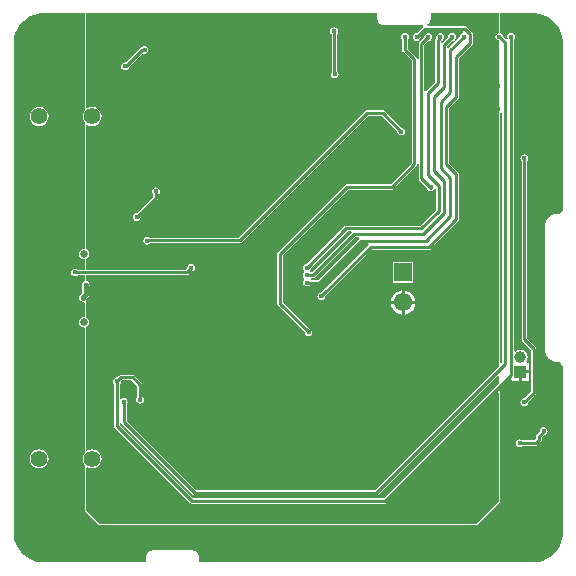
<source format=gbl>
G04*
G04 #@! TF.GenerationSoftware,Altium Limited,Altium Designer,20.1.14 (287)*
G04*
G04 Layer_Physical_Order=2*
G04 Layer_Color=16711680*
%FSLAX44Y44*%
%MOMM*%
G71*
G04*
G04 #@! TF.SameCoordinates,D1A4AC06-9C69-4D29-80E8-20607C734ED5*
G04*
G04*
G04 #@! TF.FilePolarity,Positive*
G04*
G01*
G75*
%ADD17C,0.2540*%
%ADD27C,1.0000*%
%ADD75C,0.3810*%
%ADD76R,1.0000X1.0000*%
%ADD77C,1.4000*%
%ADD78C,0.6500*%
%ADD79R,1.5500X1.5500*%
%ADD80C,1.5500*%
%ADD81C,0.4500*%
G36*
X686308Y723827D02*
X685542Y723674D01*
X684461Y722953D01*
X683739Y721872D01*
X683486Y720598D01*
X683739Y719324D01*
X684461Y718243D01*
X685542Y717522D01*
X686308Y717369D01*
Y441446D01*
X581711Y336849D01*
X429717D01*
X371139Y395427D01*
Y408855D01*
X371163Y408871D01*
X371884Y409952D01*
X372138Y411226D01*
X371884Y412500D01*
X371163Y413581D01*
X370082Y414302D01*
X368808Y414556D01*
X367534Y414302D01*
X366567Y413656D01*
X366023Y413787D01*
X365297Y414136D01*
Y426381D01*
X365321Y426397D01*
X366043Y427478D01*
X366296Y428752D01*
X366290Y428780D01*
X367219Y429709D01*
X375223D01*
X379818Y425114D01*
Y415087D01*
X379448Y414532D01*
X379194Y413258D01*
X379448Y411984D01*
X380169Y410903D01*
X381250Y410182D01*
X382524Y409928D01*
X383798Y410182D01*
X384879Y410903D01*
X385601Y411984D01*
X385854Y413258D01*
X385601Y414532D01*
X384879Y415613D01*
X384480Y415879D01*
Y426079D01*
X384302Y426971D01*
X383797Y427727D01*
X377836Y433688D01*
X377080Y434193D01*
X376188Y434371D01*
X366254D01*
X365362Y434193D01*
X364606Y433688D01*
X362994Y432076D01*
X362966Y432082D01*
X361692Y431828D01*
X360611Y431107D01*
X359889Y430026D01*
X359636Y428752D01*
X359889Y427478D01*
X360611Y426397D01*
X360635Y426381D01*
Y390652D01*
X360813Y389760D01*
X361318Y389004D01*
X424456Y325865D01*
X425213Y325360D01*
X426105Y325183D01*
X589681D01*
X590573Y325360D01*
X591329Y325865D01*
X685135Y419671D01*
X686308Y419185D01*
Y327361D01*
X666924Y307848D01*
X590914D01*
X590503Y307930D01*
X590091Y307848D01*
X348586D01*
X337296Y319138D01*
X336804D01*
Y355692D01*
X337943Y356254D01*
X337989Y356218D01*
X339939Y355410D01*
X342032Y355135D01*
X344125Y355410D01*
X346075Y356218D01*
X347749Y357503D01*
X349034Y359177D01*
X349842Y361127D01*
X350117Y363220D01*
X349842Y365313D01*
X349034Y367263D01*
X347749Y368937D01*
X346075Y370222D01*
X344125Y371030D01*
X342032Y371305D01*
X339939Y371030D01*
X337989Y370222D01*
X337943Y370186D01*
X336804Y370748D01*
Y474800D01*
X336945Y474827D01*
X338356Y475770D01*
X339299Y477182D01*
X339630Y478846D01*
X339299Y480510D01*
X338356Y481922D01*
X336945Y482864D01*
X336804Y482892D01*
Y497921D01*
X337086Y498344D01*
X337167Y498750D01*
X338632Y500215D01*
X339278Y501181D01*
X339505Y502321D01*
Y508829D01*
X339627Y509012D01*
X339880Y510286D01*
X339627Y511560D01*
X338905Y512641D01*
X337824Y513363D01*
X336804Y513565D01*
Y518680D01*
X421950D01*
X422842Y518857D01*
X423599Y519362D01*
X426067Y521831D01*
X427141Y522044D01*
X428222Y522766D01*
X428944Y523847D01*
X429197Y525121D01*
X428944Y526395D01*
X428222Y527476D01*
X427141Y528197D01*
X425867Y528451D01*
X424593Y528197D01*
X423512Y527476D01*
X422791Y526395D01*
X422537Y525121D01*
X422575Y524931D01*
X420985Y523341D01*
X336804D01*
Y532600D01*
X336945Y532627D01*
X338356Y533570D01*
X339299Y534981D01*
X339630Y536646D01*
X339299Y538311D01*
X338356Y539722D01*
X336945Y540664D01*
X336804Y540692D01*
Y645506D01*
X337943Y646068D01*
X337989Y646032D01*
X339939Y645224D01*
X342032Y644949D01*
X344125Y645224D01*
X346075Y646032D01*
X347749Y647317D01*
X349034Y648991D01*
X349842Y650941D01*
X350117Y653034D01*
X349842Y655127D01*
X349034Y657077D01*
X347749Y658751D01*
X346075Y660036D01*
X344125Y660844D01*
X342032Y661119D01*
X339939Y660844D01*
X337989Y660036D01*
X337943Y660000D01*
X336804Y660562D01*
Y740410D01*
X583410D01*
Y735500D01*
X583435Y735374D01*
X583423Y735246D01*
X583471Y734759D01*
X583581Y734395D01*
X583656Y734021D01*
X584029Y733120D01*
X584590Y732280D01*
X584590Y732280D01*
X585280Y731590D01*
X586120Y731029D01*
X587021Y730656D01*
X587394Y730581D01*
X587758Y730471D01*
X588246Y730423D01*
X588374Y730435D01*
X588500Y730410D01*
X621864D01*
X622249Y729140D01*
X622137Y729066D01*
X616740Y723668D01*
X616712Y723674D01*
X615438Y723420D01*
X614357Y722699D01*
X613635Y721618D01*
X613382Y720344D01*
X613635Y719070D01*
X614357Y717989D01*
X615438Y717268D01*
X616712Y717014D01*
X617986Y717268D01*
X619067Y717989D01*
X619789Y719070D01*
X620042Y720344D01*
X620036Y720372D01*
X624751Y725087D01*
X655529D01*
X655673Y725013D01*
X655794Y724810D01*
X655316Y723420D01*
X654235Y722699D01*
X653513Y721618D01*
X653260Y720344D01*
X653266Y720316D01*
X643681Y710731D01*
X642999Y710859D01*
X642411Y711200D01*
Y712775D01*
X646656Y717020D01*
X646684Y717014D01*
X647958Y717268D01*
X649039Y717989D01*
X649761Y719070D01*
X650014Y720344D01*
X649761Y721618D01*
X649039Y722699D01*
X647958Y723420D01*
X646684Y723674D01*
X645410Y723420D01*
X644329Y722699D01*
X643607Y721618D01*
X643354Y720344D01*
X643360Y720316D01*
X638432Y715388D01*
X638349Y715264D01*
X637219Y715606D01*
X637090Y716829D01*
X637398Y717137D01*
X638052Y717268D01*
X639133Y717989D01*
X639855Y719070D01*
X640108Y720344D01*
X639855Y721618D01*
X639133Y722699D01*
X638052Y723420D01*
X636778Y723674D01*
X635504Y723420D01*
X634423Y722699D01*
X633702Y721618D01*
X633448Y720344D01*
X633542Y719874D01*
X633100Y719432D01*
X632595Y718676D01*
X632417Y717784D01*
Y682496D01*
X624574Y674653D01*
X624377Y674358D01*
X623107Y674743D01*
Y713537D01*
X626590Y717020D01*
X626618Y717014D01*
X627892Y717268D01*
X628973Y717989D01*
X629695Y719070D01*
X629948Y720344D01*
X629695Y721618D01*
X628973Y722699D01*
X627892Y723420D01*
X626618Y723674D01*
X625344Y723420D01*
X624263Y722699D01*
X623541Y721618D01*
X623288Y720344D01*
X623294Y720316D01*
X619128Y716150D01*
X618623Y715394D01*
X618445Y714502D01*
Y701558D01*
X617189Y701524D01*
X617012Y702416D01*
X616507Y703172D01*
X609137Y710542D01*
Y717973D01*
X609161Y717989D01*
X609883Y719070D01*
X610136Y720344D01*
X609883Y721618D01*
X609161Y722699D01*
X608080Y723420D01*
X606806Y723674D01*
X605532Y723420D01*
X604451Y722699D01*
X603730Y721618D01*
X603476Y720344D01*
X603730Y719070D01*
X604451Y717989D01*
X604475Y717973D01*
Y709576D01*
X604653Y708684D01*
X605158Y707928D01*
X612528Y700558D01*
Y613577D01*
X594708Y595757D01*
X557763D01*
X556871Y595580D01*
X556115Y595075D01*
X499299Y538259D01*
X498794Y537503D01*
X498616Y536611D01*
Y494651D01*
X498794Y493759D01*
X499299Y493003D01*
X521911Y470391D01*
X521869Y470180D01*
X522123Y468906D01*
X522845Y467826D01*
X523925Y467104D01*
X525199Y466850D01*
X526473Y467104D01*
X527554Y467826D01*
X528276Y468906D01*
X528529Y470180D01*
X528276Y471455D01*
X527554Y472535D01*
X526473Y473257D01*
X525430Y473464D01*
X503278Y495616D01*
Y535645D01*
X558728Y591096D01*
X595673D01*
X596565Y591273D01*
X597322Y591778D01*
X616507Y610963D01*
X617012Y611719D01*
X617189Y612611D01*
X618445Y612578D01*
Y600710D01*
X618623Y599818D01*
X619128Y599062D01*
X625438Y592752D01*
X625643Y591721D01*
X626365Y590641D01*
X627445Y589919D01*
X628719Y589666D01*
X629993Y589919D01*
X631074Y590641D01*
X631653Y591508D01*
X632633Y591406D01*
X632923Y591297D01*
Y574243D01*
X619303Y560623D01*
X557276D01*
X556384Y560445D01*
X555628Y559940D01*
X524030Y528342D01*
X524002Y528348D01*
X522728Y528094D01*
X521647Y527373D01*
X520925Y526292D01*
X520672Y525018D01*
X520925Y523744D01*
X521647Y522663D01*
X521732Y522607D01*
Y521079D01*
X521647Y521023D01*
X520925Y519942D01*
X520672Y518668D01*
X520925Y517394D01*
X521647Y516313D01*
X521614Y514809D01*
X521564Y514775D01*
X520842Y513695D01*
X520588Y512421D01*
X520842Y511146D01*
X521564Y510066D01*
X522644Y509344D01*
X523918Y509091D01*
X525193Y509344D01*
X526155Y509987D01*
X534162D01*
X535054Y510165D01*
X535810Y510670D01*
X570687Y545547D01*
X575893D01*
X576278Y544277D01*
X576151Y544192D01*
X536114Y504155D01*
X536086Y504161D01*
X534812Y503907D01*
X533731Y503186D01*
X533009Y502105D01*
X532756Y500831D01*
X533009Y499557D01*
X533731Y498476D01*
X534812Y497754D01*
X536086Y497501D01*
X537360Y497754D01*
X538441Y498476D01*
X539162Y499557D01*
X539416Y500831D01*
X539410Y500859D01*
X578764Y540213D01*
X626872D01*
X627764Y540391D01*
X628520Y540896D01*
X651888Y564264D01*
X652393Y565020D01*
X652571Y565912D01*
Y604621D01*
X652393Y605513D01*
X651888Y606269D01*
X644285Y613872D01*
Y659912D01*
X651888Y667515D01*
X652393Y668271D01*
X652571Y669163D01*
Y702615D01*
X663826Y713870D01*
X664331Y714626D01*
X664509Y715518D01*
Y722814D01*
X664331Y723706D01*
X663826Y724462D01*
X659223Y729066D01*
X658467Y729571D01*
X657575Y729748D01*
X626107D01*
X625855Y731018D01*
X625880Y731029D01*
X626720Y731590D01*
X626720Y731590D01*
X627410Y732280D01*
X627971Y733120D01*
X628344Y734021D01*
X628419Y734394D01*
X628529Y734758D01*
X628577Y735246D01*
X628565Y735374D01*
X628590Y735500D01*
Y740410D01*
X686308D01*
Y723827D01*
D02*
G37*
G36*
X720370Y739984D02*
X723524Y739139D01*
X726541Y737889D01*
X729369Y736257D01*
X731960Y734269D01*
X734269Y731960D01*
X736257Y729369D01*
X737889Y726541D01*
X739139Y723524D01*
X739984Y720370D01*
X740410Y717133D01*
Y715500D01*
Y575500D01*
X740410Y575016D01*
X740222Y574068D01*
X739852Y573174D01*
X739314Y572370D01*
X738630Y571686D01*
X737826Y571148D01*
X736932Y570778D01*
X735984Y570590D01*
X735500Y570590D01*
X735437Y570577D01*
X735373Y570587D01*
X734638Y570550D01*
X734452Y570504D01*
X734260D01*
X732818Y570217D01*
X732582Y570119D01*
X732332Y570070D01*
X730974Y569507D01*
X730761Y569365D01*
X730526Y569268D01*
X729303Y568451D01*
X729123Y568270D01*
X728911Y568129D01*
X727871Y567089D01*
X727729Y566877D01*
X727549Y566697D01*
X726732Y565474D01*
X726635Y565239D01*
X726493Y565027D01*
X725930Y563668D01*
X725881Y563418D01*
X725783Y563182D01*
X725496Y561740D01*
Y561548D01*
X725450Y561362D01*
X725414Y560627D01*
X725423Y560563D01*
X725410Y560500D01*
Y455500D01*
X725423Y455437D01*
X725414Y455373D01*
X725450Y454638D01*
X725496Y454452D01*
Y454260D01*
X725783Y452818D01*
X725881Y452582D01*
X725930Y452332D01*
X726493Y450974D01*
X726635Y450761D01*
X726732Y450526D01*
X727549Y449303D01*
X727730Y449123D01*
X727871Y448911D01*
X728911Y447871D01*
X729123Y447729D01*
X729303Y447549D01*
X730526Y446732D01*
X730761Y446635D01*
X730974Y446493D01*
X732332Y445930D01*
X732582Y445881D01*
X732818Y445783D01*
X734260Y445496D01*
X734452D01*
X734638Y445450D01*
X735373Y445414D01*
X735437Y445423D01*
X735500Y445410D01*
X735984D01*
X736932Y445222D01*
X737826Y444851D01*
X738630Y444314D01*
X739314Y443630D01*
X739852Y442826D01*
X740222Y441932D01*
X740410Y440984D01*
Y440500D01*
Y300500D01*
Y298867D01*
X739984Y295630D01*
X739139Y292475D01*
X737889Y289459D01*
X736257Y286631D01*
X734269Y284040D01*
X731960Y281731D01*
X729369Y279743D01*
X726541Y278111D01*
X723524Y276861D01*
X720370Y276016D01*
X717133Y275590D01*
X432590D01*
Y280500D01*
X432565Y280626D01*
X432577Y280754D01*
X432529Y281242D01*
X432419Y281606D01*
X432345Y281979D01*
X431971Y282880D01*
X431410Y283720D01*
X431410Y283720D01*
X430720Y284410D01*
X429880Y284971D01*
X428979Y285345D01*
X428606Y285419D01*
X428242Y285529D01*
X427754Y285577D01*
X427626Y285565D01*
X427500Y285590D01*
X392500D01*
X392374Y285565D01*
X392246Y285577D01*
X391758Y285529D01*
X391394Y285419D01*
X391021Y285345D01*
X390120Y284971D01*
X389280Y284410D01*
X389280Y284410D01*
X388590Y283720D01*
X388029Y282880D01*
X387655Y281979D01*
X387581Y281605D01*
X387471Y281241D01*
X387423Y280754D01*
X387435Y280626D01*
X387410Y280500D01*
Y275590D01*
X298867D01*
X295630Y276016D01*
X292475Y276861D01*
X289459Y278111D01*
X286631Y279743D01*
X284040Y281731D01*
X281731Y284040D01*
X279743Y286631D01*
X278111Y289459D01*
X276861Y292475D01*
X276016Y295630D01*
X275590Y298867D01*
Y300500D01*
Y715500D01*
Y717133D01*
X276016Y720370D01*
X276861Y723524D01*
X278111Y726541D01*
X279743Y729369D01*
X281731Y731960D01*
X284040Y734269D01*
X286631Y736257D01*
X289459Y737889D01*
X292475Y739139D01*
X295630Y739984D01*
X298867Y740410D01*
X335704D01*
Y660562D01*
X335775Y660392D01*
X335763Y660209D01*
X335910Y660041D01*
X335932Y660012D01*
X336026Y659784D01*
X336123Y658839D01*
X335987Y658323D01*
X335030Y657077D01*
X334222Y655127D01*
X333947Y653034D01*
X334222Y650941D01*
X335030Y648991D01*
X335987Y647745D01*
X336123Y647229D01*
X336026Y646283D01*
X335932Y646056D01*
X335910Y646027D01*
X335763Y645860D01*
X335775Y645676D01*
X335704Y645506D01*
Y541344D01*
X335280Y540996D01*
X333615Y540664D01*
X332204Y539722D01*
X331261Y538311D01*
X330930Y536646D01*
X331261Y534981D01*
X332204Y533570D01*
X333615Y532627D01*
X335280Y532296D01*
X335704Y531948D01*
Y523341D01*
X329922D01*
X329906Y523365D01*
X328826Y524087D01*
X327551Y524341D01*
X326277Y524087D01*
X325197Y523365D01*
X324475Y522285D01*
X324221Y521011D01*
X324475Y519736D01*
X325197Y518656D01*
X326277Y517934D01*
X327551Y517681D01*
X328826Y517934D01*
X329906Y518656D01*
X329922Y518680D01*
X335704D01*
Y513565D01*
X335634Y513434D01*
X335276Y513363D01*
X334195Y512641D01*
X333474Y511560D01*
X333220Y510286D01*
X333474Y509012D01*
X333548Y508900D01*
Y503555D01*
X332592Y502598D01*
X331655Y501973D01*
X330933Y500892D01*
X330680Y499618D01*
X330933Y498344D01*
X331655Y497263D01*
X332736Y496541D01*
X334010Y496288D01*
X334434Y496372D01*
X335704Y495411D01*
Y483544D01*
X335280Y483196D01*
X333615Y482864D01*
X332204Y481922D01*
X331261Y480510D01*
X330930Y478846D01*
X331261Y477182D01*
X332204Y475770D01*
X333615Y474827D01*
X335280Y474496D01*
X335704Y474148D01*
Y370748D01*
X335775Y370578D01*
X335763Y370395D01*
X335910Y370227D01*
X335932Y370198D01*
X336026Y369970D01*
X336123Y369025D01*
X335987Y368509D01*
X335030Y367263D01*
X334222Y365313D01*
X333947Y363220D01*
X334222Y361127D01*
X335030Y359177D01*
X335987Y357931D01*
X336123Y357415D01*
X336026Y356469D01*
X335932Y356242D01*
X335910Y356213D01*
X335763Y356045D01*
X335775Y355862D01*
X335704Y355692D01*
Y319138D01*
X336026Y318361D01*
X336804Y318039D01*
X336840D01*
X347808Y307070D01*
X348586Y306748D01*
X590091D01*
X590195Y306791D01*
X590306Y306769D01*
X590503Y306809D01*
X590700Y306769D01*
X590810Y306791D01*
X590914Y306748D01*
X666924D01*
X666926Y306749D01*
X666928Y306748D01*
X667313Y306909D01*
X667702Y307070D01*
X667702Y307072D01*
X667704Y307073D01*
X687088Y326586D01*
X687247Y326973D01*
X687408Y327361D01*
Y419185D01*
X687324Y419387D01*
Y419606D01*
X687169Y419761D01*
X687086Y419963D01*
X686683Y421220D01*
X695883Y430419D01*
X697056Y429933D01*
Y429340D01*
X703326D01*
Y436880D01*
X704596D01*
Y438150D01*
X712136D01*
Y444420D01*
X709814D01*
X709232Y445690D01*
X710263Y447233D01*
X710730Y449580D01*
X710263Y451927D01*
X708933Y453917D01*
X706943Y455247D01*
X704596Y455714D01*
X702249Y455247D01*
X700323Y453960D01*
X699669Y454096D01*
X699053Y454283D01*
Y718227D01*
X699077Y718243D01*
X699799Y719324D01*
X700052Y720598D01*
X699799Y721872D01*
X699077Y722953D01*
X697996Y723674D01*
X696722Y723928D01*
X695448Y723674D01*
X694367Y722953D01*
X693645Y721872D01*
X693392Y720598D01*
X693645Y719324D01*
X693757Y719157D01*
X693770Y718736D01*
X693562Y718565D01*
X692263Y718447D01*
X690140Y720570D01*
X690146Y720598D01*
X689893Y721872D01*
X689171Y722953D01*
X688090Y723674D01*
X687418Y723808D01*
X687408Y723827D01*
Y740410D01*
X717133D01*
X720370Y739984D01*
D02*
G37*
G36*
X561681Y555373D02*
X561809Y554691D01*
X528117Y520999D01*
X526373D01*
X526357Y521023D01*
X526272Y521079D01*
Y522607D01*
X526357Y522663D01*
X527079Y523744D01*
X527332Y525018D01*
X527326Y525046D01*
X558241Y555961D01*
X561340D01*
X561681Y555373D01*
D02*
G37*
G36*
X568201Y549611D02*
X568074Y549526D01*
X533197Y514649D01*
X527497D01*
X527094Y515067D01*
X527635Y516337D01*
X529082D01*
X529974Y516515D01*
X530730Y517020D01*
X564591Y550881D01*
X567816D01*
X568201Y549611D01*
D02*
G37*
G36*
X689311Y656366D02*
Y444649D01*
X688640Y444113D01*
X687408Y444659D01*
Y656282D01*
X688041Y656853D01*
X689311Y656366D01*
D02*
G37*
G36*
X686308Y433194D02*
Y427437D01*
X588715Y329844D01*
X427070D01*
X365297Y391618D01*
Y393887D01*
X366567Y394012D01*
X366655Y393570D01*
X367160Y392814D01*
X427104Y332870D01*
X427860Y332365D01*
X428752Y332187D01*
X582676D01*
X583568Y332365D01*
X584324Y332870D01*
X685135Y433680D01*
X686308Y433194D01*
D02*
G37*
%LPC*%
G36*
X386334Y713006D02*
X385060Y712753D01*
X383979Y712031D01*
X383881Y711883D01*
X383611Y711829D01*
X382854Y711324D01*
X370202Y698672D01*
X369841Y698744D01*
X368566Y698490D01*
X367486Y697768D01*
X366764Y696688D01*
X366511Y695414D01*
X366764Y694139D01*
X367486Y693059D01*
X368566Y692337D01*
X369841Y692084D01*
X371115Y692337D01*
X372195Y693059D01*
X372917Y694139D01*
X373079Y694957D01*
X384857Y706735D01*
X385060Y706600D01*
X386334Y706346D01*
X387608Y706600D01*
X388689Y707321D01*
X389411Y708402D01*
X389664Y709676D01*
X389411Y710950D01*
X388689Y712031D01*
X387608Y712753D01*
X386334Y713006D01*
D02*
G37*
G36*
X546862Y728500D02*
X545588Y728247D01*
X544507Y727525D01*
X543786Y726444D01*
X543532Y725170D01*
X543786Y723896D01*
X544507Y722815D01*
X544785Y722630D01*
Y690604D01*
X544294Y689868D01*
X544040Y688594D01*
X544294Y687320D01*
X545015Y686239D01*
X546096Y685518D01*
X547370Y685264D01*
X548644Y685518D01*
X549725Y686239D01*
X550447Y687320D01*
X550700Y688594D01*
X550447Y689868D01*
X549725Y690949D01*
X549447Y691134D01*
Y723160D01*
X549939Y723896D01*
X550192Y725170D01*
X549939Y726444D01*
X549217Y727525D01*
X548136Y728247D01*
X546862Y728500D01*
D02*
G37*
G36*
X587952Y658413D02*
X575056D01*
X574164Y658235D01*
X573408Y657730D01*
X466141Y550463D01*
X390677D01*
X389889Y550989D01*
X388615Y551243D01*
X387340Y550989D01*
X386260Y550268D01*
X385538Y549187D01*
X385285Y547913D01*
X385538Y546639D01*
X386260Y545558D01*
X387340Y544837D01*
X388615Y544583D01*
X389889Y544837D01*
X390969Y545558D01*
X391132Y545801D01*
X467106D01*
X467998Y545979D01*
X468754Y546484D01*
X576021Y653751D01*
X586987D01*
X600419Y640319D01*
X600413Y640291D01*
X600667Y639017D01*
X601388Y637936D01*
X602469Y637215D01*
X603743Y636961D01*
X605017Y637215D01*
X606098Y637936D01*
X606819Y639017D01*
X607073Y640291D01*
X606819Y641565D01*
X606098Y642646D01*
X605017Y643367D01*
X603743Y643621D01*
X603715Y643615D01*
X589600Y657730D01*
X588844Y658235D01*
X587952Y658413D01*
D02*
G37*
G36*
X396020Y593004D02*
X394745Y592751D01*
X393665Y592029D01*
X392943Y590948D01*
X392690Y589674D01*
X392943Y588400D01*
X393314Y587845D01*
Y584754D01*
X379860Y571300D01*
X379832Y571306D01*
X378558Y571052D01*
X377477Y570330D01*
X376755Y569250D01*
X376502Y567976D01*
X376755Y566701D01*
X377477Y565621D01*
X378558Y564899D01*
X379832Y564646D01*
X381106Y564899D01*
X382187Y565621D01*
X382909Y566701D01*
X383162Y567976D01*
X383156Y568004D01*
X397293Y582140D01*
X397798Y582896D01*
X397976Y583788D01*
Y587053D01*
X398374Y587319D01*
X399096Y588400D01*
X399350Y589674D01*
X399096Y590948D01*
X398374Y592029D01*
X397294Y592751D01*
X396020Y593004D01*
D02*
G37*
G36*
X614048Y529720D02*
X596516D01*
Y512188D01*
X614048D01*
Y529720D01*
D02*
G37*
G36*
X606552Y505766D02*
Y496824D01*
X615494D01*
X615307Y498240D01*
X614270Y500743D01*
X612621Y502893D01*
X610471Y504542D01*
X607968Y505579D01*
X606552Y505766D01*
D02*
G37*
G36*
X604012D02*
X602596Y505579D01*
X600093Y504542D01*
X597943Y502893D01*
X596294Y500743D01*
X595257Y498240D01*
X595070Y496824D01*
X604012D01*
Y505766D01*
D02*
G37*
G36*
X615494Y494284D02*
X606552D01*
Y485342D01*
X607968Y485529D01*
X610471Y486566D01*
X612621Y488215D01*
X614270Y490365D01*
X615307Y492868D01*
X615494Y494284D01*
D02*
G37*
G36*
X604012D02*
X595070D01*
X595257Y492868D01*
X596294Y490365D01*
X597943Y488215D01*
X600093Y486566D01*
X602596Y485529D01*
X604012Y485342D01*
Y494284D01*
D02*
G37*
G36*
X297032Y661119D02*
X294939Y660844D01*
X292989Y660036D01*
X291315Y658751D01*
X290030Y657077D01*
X289222Y655127D01*
X288947Y653034D01*
X289222Y650941D01*
X290030Y648991D01*
X291315Y647317D01*
X292989Y646032D01*
X294939Y645224D01*
X297032Y644949D01*
X299125Y645224D01*
X301075Y646032D01*
X302749Y647317D01*
X304034Y648991D01*
X304842Y650941D01*
X305117Y653034D01*
X304842Y655127D01*
X304034Y657077D01*
X302749Y658751D01*
X301075Y660036D01*
X299125Y660844D01*
X297032Y661119D01*
D02*
G37*
G36*
X712136Y435610D02*
X705866D01*
Y429340D01*
X712136D01*
Y435610D01*
D02*
G37*
G36*
X707967Y620964D02*
X706693Y620710D01*
X705612Y619988D01*
X704891Y618908D01*
X704637Y617634D01*
X704891Y616359D01*
X705612Y615279D01*
X705636Y615263D01*
Y464243D01*
X705814Y463351D01*
X706319Y462595D01*
X713441Y455473D01*
Y420065D01*
X707926Y414550D01*
X707898Y414556D01*
X706624Y414302D01*
X705543Y413581D01*
X704821Y412500D01*
X704568Y411226D01*
X704821Y409952D01*
X705543Y408871D01*
X706624Y408149D01*
X707898Y407896D01*
X709172Y408149D01*
X710253Y408871D01*
X710975Y409952D01*
X711228Y411226D01*
X711222Y411254D01*
X717420Y417452D01*
X717925Y418208D01*
X718103Y419100D01*
Y456438D01*
X717925Y457330D01*
X717420Y458086D01*
X710298Y465208D01*
Y615263D01*
X710322Y615279D01*
X711044Y616359D01*
X711297Y617634D01*
X711044Y618908D01*
X710322Y619988D01*
X709241Y620710D01*
X707967Y620964D01*
D02*
G37*
G36*
X724198Y390018D02*
X722924Y389764D01*
X721843Y389043D01*
X721121Y387962D01*
X720868Y386688D01*
X720962Y386217D01*
X718583Y383839D01*
X718077Y383082D01*
X717900Y382190D01*
Y380266D01*
X716393Y378759D01*
X706205D01*
X706189Y378783D01*
X705108Y379505D01*
X703834Y379758D01*
X702560Y379505D01*
X701479Y378783D01*
X700758Y377702D01*
X700504Y376428D01*
X700758Y375154D01*
X701479Y374073D01*
X702560Y373352D01*
X703834Y373098D01*
X705108Y373352D01*
X706189Y374073D01*
X706205Y374097D01*
X717358D01*
X718250Y374275D01*
X719006Y374780D01*
X721879Y377653D01*
X722384Y378409D01*
X722561Y379301D01*
Y381225D01*
X724818Y383481D01*
X725472Y383611D01*
X726553Y384333D01*
X727274Y385414D01*
X727528Y386688D01*
X727274Y387962D01*
X726553Y389043D01*
X725472Y389764D01*
X724198Y390018D01*
D02*
G37*
G36*
X297032Y371305D02*
X294939Y371030D01*
X292989Y370222D01*
X291315Y368937D01*
X290030Y367263D01*
X289222Y365313D01*
X288947Y363220D01*
X289222Y361127D01*
X290030Y359177D01*
X291315Y357503D01*
X292989Y356218D01*
X294939Y355410D01*
X297032Y355135D01*
X299125Y355410D01*
X301075Y356218D01*
X302749Y357503D01*
X304034Y359177D01*
X304842Y361127D01*
X305117Y363220D01*
X304842Y365313D01*
X304034Y367263D01*
X302749Y368937D01*
X301075Y370222D01*
X299125Y371030D01*
X297032Y371305D01*
D02*
G37*
%LPD*%
D17*
X395645Y589195D02*
X396226Y589776D01*
X395645Y583788D02*
Y589195D01*
X379832Y567976D02*
X395645Y583788D01*
X376188Y432040D02*
X382149Y426079D01*
X366254Y432040D02*
X376188D01*
X362966Y428752D02*
X366254Y432040D01*
X384503Y709676D02*
X386334D01*
X370240Y695414D02*
X384503Y709676D01*
X369841Y695414D02*
X370240D01*
X421950Y521011D02*
X425958Y525018D01*
X327551Y521011D02*
X421950D01*
X662178Y715518D02*
Y722814D01*
X623786Y727418D02*
X657575D01*
X662178Y722814D01*
X616712Y720344D02*
X623786Y727418D01*
X500947Y494651D02*
X525199Y470399D01*
Y470180D02*
Y470399D01*
X500947Y494651D02*
Y536611D01*
X557763Y593426D01*
X595673D01*
X614858Y612611D01*
Y701524D01*
X606806Y709576D02*
X614858Y701524D01*
X606806Y709576D02*
Y720344D01*
X587952Y656082D02*
X603743Y640291D01*
X575056Y656082D02*
X587952D01*
X577799Y542544D02*
X626872D01*
X536086Y500831D02*
X577799Y542544D01*
X724198Y386157D02*
Y386688D01*
X720231Y382190D02*
X724198Y386157D01*
X720231Y379301D02*
Y382190D01*
X717358Y376428D02*
X720231Y379301D01*
X703834Y376428D02*
X717358D01*
X634748Y681531D02*
Y717784D01*
X626222Y673005D02*
X634748Y681531D01*
Y717784D02*
X636778Y719814D01*
X641954Y612907D02*
X650240Y604621D01*
X641954Y660877D02*
X650240Y669163D01*
X641954Y612907D02*
Y660877D01*
X636949Y609419D02*
X645160Y601207D01*
X636949Y665651D02*
X645160Y673862D01*
X636949Y609419D02*
Y665651D01*
X631683Y606600D02*
X640080Y598203D01*
X631683Y669656D02*
X640080Y678053D01*
X631683Y606600D02*
Y669656D01*
X626222Y603392D02*
X635254Y594360D01*
X626222Y603392D02*
Y673005D01*
X645160Y568706D02*
Y601207D01*
X650240Y565912D02*
Y604621D01*
X640080Y570992D02*
Y598203D01*
X635254Y573278D02*
Y594360D01*
X650240Y669163D02*
Y703580D01*
X645160Y673862D02*
Y708914D01*
X640080Y678053D02*
Y713740D01*
X620776Y600710D02*
X628650Y592836D01*
X620776Y714502D02*
X626618Y720344D01*
X620776Y600710D02*
Y714502D01*
X686816Y720598D02*
X691642Y715772D01*
X582676Y334518D02*
X691642Y443484D01*
Y715772D01*
X715772Y419100D02*
Y456438D01*
X707898Y411226D02*
X715772Y419100D01*
X707967Y464243D02*
X715772Y456438D01*
X707967Y464243D02*
Y617634D01*
X388620Y548132D02*
X467106D01*
X575056Y656082D01*
X382149Y413633D02*
Y426079D01*
Y413633D02*
X382524Y413258D01*
X426105Y327513D02*
X589681D01*
X362966Y390652D02*
Y428752D01*
Y390652D02*
X426105Y327513D01*
X368808Y394462D02*
Y411226D01*
X523918Y512421D02*
X524021Y512318D01*
X534162D01*
X569722Y547878D01*
X529082Y518668D02*
X563626Y553212D01*
X524002Y518668D02*
X529082D01*
X524002Y525018D02*
X557276Y558292D01*
X620268D02*
X635254Y573278D01*
X626872Y542544D02*
X650240Y565912D01*
X624332Y547878D02*
X645160Y568706D01*
X569722Y547878D02*
X624332D01*
X622300Y553212D02*
X640080Y570992D01*
X563626Y553212D02*
X622300D01*
X650240Y703580D02*
X662178Y715518D01*
X645160Y708914D02*
X656590Y720344D01*
X640080Y713740D02*
X646684Y720344D01*
X636778Y719814D02*
Y720344D01*
X368808Y394462D02*
X428752Y334518D01*
X582676D01*
X589681Y327513D02*
X696722Y434555D01*
Y720598D01*
X557276Y558292D02*
X620268D01*
X547116Y688848D02*
X547370Y688594D01*
X547116Y688848D02*
Y724916D01*
X546862Y725170D02*
X547116Y724916D01*
D27*
X704596Y449580D02*
D03*
D75*
X336526Y510262D02*
X336550Y510286D01*
X336526Y502321D02*
Y510262D01*
X334010Y499805D02*
X336526Y502321D01*
X334010Y499618D02*
Y499805D01*
D76*
X704596Y436880D02*
D03*
D77*
X342032Y363220D02*
D03*
X297032D02*
D03*
X342032Y653034D02*
D03*
X297032D02*
D03*
D78*
X335280Y478846D02*
D03*
Y536646D02*
D03*
D79*
X605282Y520954D02*
D03*
D80*
Y495554D02*
D03*
D81*
X590503Y304600D02*
D03*
X533446Y648112D02*
D03*
X396020Y589674D02*
D03*
X379832Y567976D02*
D03*
X369841Y695414D02*
D03*
X327551Y521011D02*
D03*
X525199Y470180D02*
D03*
X546862Y725170D02*
D03*
X707967Y617634D02*
D03*
X636778Y720344D02*
D03*
X616712D02*
D03*
X587411Y649190D02*
D03*
X626618Y720344D02*
D03*
X686816Y720598D02*
D03*
X686008Y679041D02*
D03*
X706697Y627540D02*
D03*
X656590Y619760D02*
D03*
X646684Y720344D02*
D03*
X656590D02*
D03*
X685246Y658975D02*
D03*
X696722Y720598D02*
D03*
X712978Y627634D02*
D03*
X606806Y720344D02*
D03*
X603743Y640291D02*
D03*
X536086Y500831D02*
D03*
X355374Y463348D02*
D03*
X394981Y532402D02*
D03*
X400955Y526859D02*
D03*
X724198Y386688D02*
D03*
X659060Y325408D02*
D03*
X681194Y378961D02*
D03*
X644876Y540555D02*
D03*
X614377Y602229D02*
D03*
X646938Y443484D02*
D03*
X629158Y431038D02*
D03*
X613918Y447548D02*
D03*
X456692Y310642D02*
D03*
X370332Y424434D02*
D03*
X354838Y539750D02*
D03*
X354584Y475742D02*
D03*
X388305Y490521D02*
D03*
X373380Y548640D02*
D03*
X367030Y705866D02*
D03*
X470662Y656336D02*
D03*
X607060Y694182D02*
D03*
X677672Y543814D02*
D03*
X665226Y544068D02*
D03*
X355603Y448747D02*
D03*
X707898Y411226D02*
D03*
X714248Y514604D02*
D03*
X691388Y307594D02*
D03*
X725678Y328422D02*
D03*
X413512Y295656D02*
D03*
X397256Y295402D02*
D03*
X413512Y319786D02*
D03*
X397256D02*
D03*
X326212Y433575D02*
D03*
X327914Y641858D02*
D03*
Y650748D02*
D03*
Y659130D02*
D03*
X330742Y733890D02*
D03*
X331470Y580136D02*
D03*
X323850D02*
D03*
X316230D02*
D03*
X355092Y548894D02*
D03*
X354330Y558292D02*
D03*
X354838Y565912D02*
D03*
X355092Y314706D02*
D03*
X355600Y322834D02*
D03*
X355346Y332232D02*
D03*
Y601218D02*
D03*
X355600Y611632D02*
D03*
X355346Y621792D02*
D03*
X336550Y510286D02*
D03*
X334010Y499618D02*
D03*
X386334Y709676D02*
D03*
X425867Y525121D02*
D03*
X388615Y547913D02*
D03*
X382524Y413258D02*
D03*
X368808Y411226D02*
D03*
X362966Y428752D02*
D03*
X703834Y376428D02*
D03*
X524002Y525018D02*
D03*
Y518668D02*
D03*
X523918Y512421D02*
D03*
X547370Y688594D02*
D03*
X628719Y592996D02*
D03*
M02*

</source>
